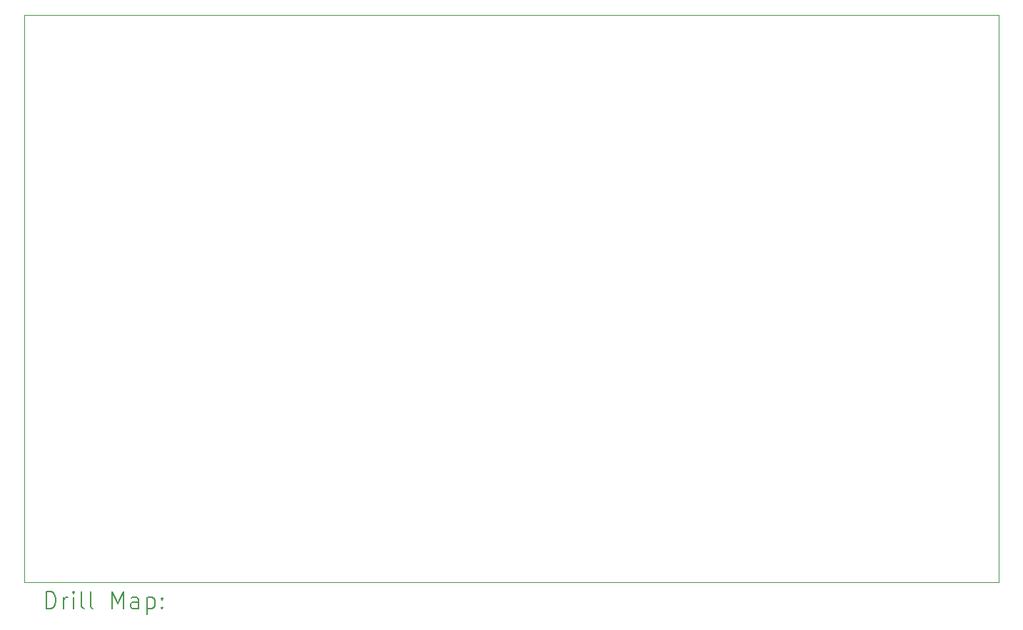
<source format=gbr>
%TF.GenerationSoftware,KiCad,Pcbnew,8.0.3*%
%TF.CreationDate,2025-10-31T10:35:31+03:00*%
%TF.ProjectId,yandex-rover,79616e64-6578-42d7-926f-7665722e6b69,rev?*%
%TF.SameCoordinates,Original*%
%TF.FileFunction,Drillmap*%
%TF.FilePolarity,Positive*%
%FSLAX45Y45*%
G04 Gerber Fmt 4.5, Leading zero omitted, Abs format (unit mm)*
G04 Created by KiCad (PCBNEW 8.0.3) date 2025-10-31 10:35:31*
%MOMM*%
%LPD*%
G01*
G04 APERTURE LIST*
%ADD10C,0.050000*%
%ADD11C,0.200000*%
G04 APERTURE END LIST*
D10*
X10090000Y-2870000D02*
X21640000Y-2870000D01*
X21640000Y-9600000D01*
X10090000Y-9600000D01*
X10090000Y-2870000D01*
D11*
X10348277Y-9913984D02*
X10348277Y-9713984D01*
X10348277Y-9713984D02*
X10395896Y-9713984D01*
X10395896Y-9713984D02*
X10424467Y-9723508D01*
X10424467Y-9723508D02*
X10443515Y-9742555D01*
X10443515Y-9742555D02*
X10453039Y-9761603D01*
X10453039Y-9761603D02*
X10462563Y-9799698D01*
X10462563Y-9799698D02*
X10462563Y-9828270D01*
X10462563Y-9828270D02*
X10453039Y-9866365D01*
X10453039Y-9866365D02*
X10443515Y-9885412D01*
X10443515Y-9885412D02*
X10424467Y-9904460D01*
X10424467Y-9904460D02*
X10395896Y-9913984D01*
X10395896Y-9913984D02*
X10348277Y-9913984D01*
X10548277Y-9913984D02*
X10548277Y-9780650D01*
X10548277Y-9818746D02*
X10557801Y-9799698D01*
X10557801Y-9799698D02*
X10567324Y-9790174D01*
X10567324Y-9790174D02*
X10586372Y-9780650D01*
X10586372Y-9780650D02*
X10605420Y-9780650D01*
X10672086Y-9913984D02*
X10672086Y-9780650D01*
X10672086Y-9713984D02*
X10662563Y-9723508D01*
X10662563Y-9723508D02*
X10672086Y-9733031D01*
X10672086Y-9733031D02*
X10681610Y-9723508D01*
X10681610Y-9723508D02*
X10672086Y-9713984D01*
X10672086Y-9713984D02*
X10672086Y-9733031D01*
X10795896Y-9913984D02*
X10776848Y-9904460D01*
X10776848Y-9904460D02*
X10767324Y-9885412D01*
X10767324Y-9885412D02*
X10767324Y-9713984D01*
X10900658Y-9913984D02*
X10881610Y-9904460D01*
X10881610Y-9904460D02*
X10872086Y-9885412D01*
X10872086Y-9885412D02*
X10872086Y-9713984D01*
X11129229Y-9913984D02*
X11129229Y-9713984D01*
X11129229Y-9713984D02*
X11195896Y-9856841D01*
X11195896Y-9856841D02*
X11262562Y-9713984D01*
X11262562Y-9713984D02*
X11262562Y-9913984D01*
X11443515Y-9913984D02*
X11443515Y-9809222D01*
X11443515Y-9809222D02*
X11433991Y-9790174D01*
X11433991Y-9790174D02*
X11414943Y-9780650D01*
X11414943Y-9780650D02*
X11376848Y-9780650D01*
X11376848Y-9780650D02*
X11357801Y-9790174D01*
X11443515Y-9904460D02*
X11424467Y-9913984D01*
X11424467Y-9913984D02*
X11376848Y-9913984D01*
X11376848Y-9913984D02*
X11357801Y-9904460D01*
X11357801Y-9904460D02*
X11348277Y-9885412D01*
X11348277Y-9885412D02*
X11348277Y-9866365D01*
X11348277Y-9866365D02*
X11357801Y-9847317D01*
X11357801Y-9847317D02*
X11376848Y-9837793D01*
X11376848Y-9837793D02*
X11424467Y-9837793D01*
X11424467Y-9837793D02*
X11443515Y-9828270D01*
X11538753Y-9780650D02*
X11538753Y-9980650D01*
X11538753Y-9790174D02*
X11557801Y-9780650D01*
X11557801Y-9780650D02*
X11595896Y-9780650D01*
X11595896Y-9780650D02*
X11614943Y-9790174D01*
X11614943Y-9790174D02*
X11624467Y-9799698D01*
X11624467Y-9799698D02*
X11633991Y-9818746D01*
X11633991Y-9818746D02*
X11633991Y-9875889D01*
X11633991Y-9875889D02*
X11624467Y-9894936D01*
X11624467Y-9894936D02*
X11614943Y-9904460D01*
X11614943Y-9904460D02*
X11595896Y-9913984D01*
X11595896Y-9913984D02*
X11557801Y-9913984D01*
X11557801Y-9913984D02*
X11538753Y-9904460D01*
X11719705Y-9894936D02*
X11729229Y-9904460D01*
X11729229Y-9904460D02*
X11719705Y-9913984D01*
X11719705Y-9913984D02*
X11710182Y-9904460D01*
X11710182Y-9904460D02*
X11719705Y-9894936D01*
X11719705Y-9894936D02*
X11719705Y-9913984D01*
X11719705Y-9790174D02*
X11729229Y-9799698D01*
X11729229Y-9799698D02*
X11719705Y-9809222D01*
X11719705Y-9809222D02*
X11710182Y-9799698D01*
X11710182Y-9799698D02*
X11719705Y-9790174D01*
X11719705Y-9790174D02*
X11719705Y-9809222D01*
M02*

</source>
